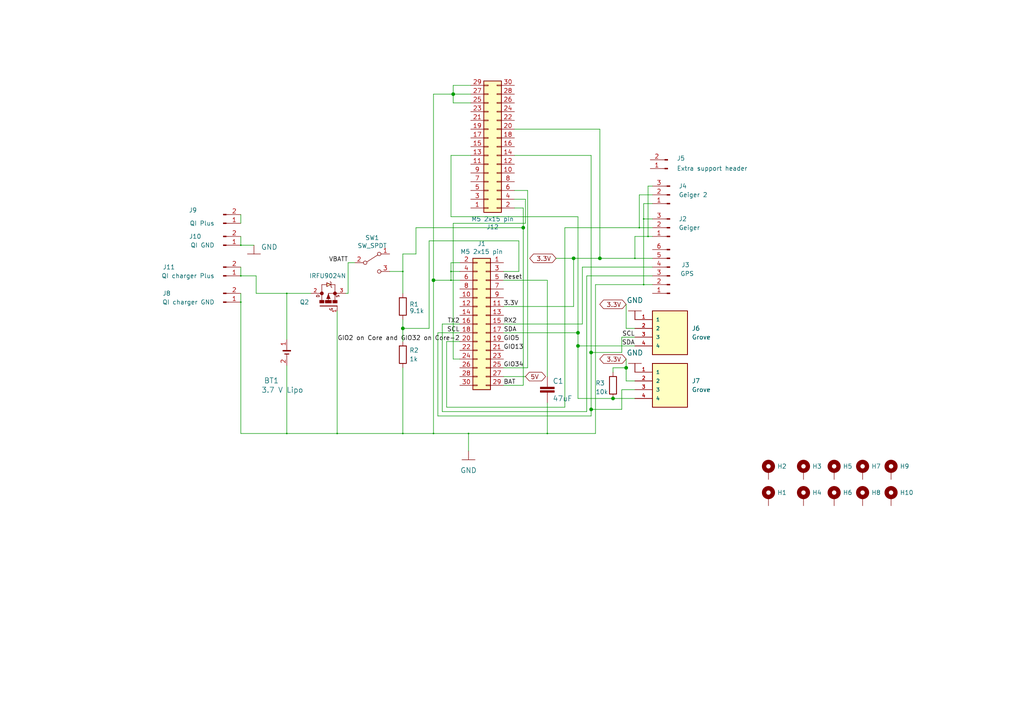
<source format=kicad_sch>
(kicad_sch (version 20230409) (generator eeschema)
  (paper "A4")
  (title_block (title "bGeigieZen V2.1.2") (date "2022-03-31") (rev "V2.1.2") (company "GitHub link at https://github.com/Safecast/bGeigieZen"))
  (lib_symbols
    (symbol "110990030:110990030" (pin_names (offset 1.016))
      (property "Reference" "J" (at -5.08 5.842 0))
      (property "Value" "110990030" (at -5.08 -8.382 0))
      (symbol "110990030_0_0"
        (rectangle (start -5.08 -7.62) (end 5.08 5.08) (stroke (width 0.254)) (fill (type background)))
        (pin passive line (at -10.16 2.54 0) (length 5.08) (name "1") (number "1"))
        (pin passive line (at -10.16 0 0) (length 5.08) (name "2") (number "2"))
        (pin passive line (at -10.16 -2.54 0) (length 5.08) (name "3") (number "3"))
        (pin passive line (at -10.16 -5.08 0) (length 5.08) (name "4") (number "4"))
      )
    )
    (symbol "Connector:Conn_01x02_Male" (pin_names hide)
      (property "Reference" "J" (at 0 2.54 0))
      (property "Value" "Conn_01x02_Male" (at 0 -5.08 0))
      (symbol "Conn_01x02_Male_1_1"
        (polyline (pts (xy 1.27 -2.54) (xy 0.8636 -2.54)))
        (polyline (pts (xy 1.27 0) (xy 0.8636 0)))
        (rectangle (start 0.8636 -2.413) (end 0 -2.667) (fill (type outline)))
        (rectangle (start 0.8636 0.127) (end 0 -0.127) (fill (type outline)))
        (pin passive line (at 5.08 0 180) (length 3.81) (name "Pin_1") (number "1"))
        (pin passive line (at 5.08 -2.54 180) (length 3.81) (name "Pin_2") (number "2"))
      )
    )
    (symbol "Connector:Conn_01x02_Male_1" (pin_names (offset 1.016) hide)
      (property "Reference" "J" (at 0 2.54 0))
      (property "Value" "Conn_01x02_Male" (at 0 -5.08 0))
      (symbol "Conn_01x02_Male_1_1_1"
        (polyline (pts (xy 1.27 -2.54) (xy 0.8636 -2.54)) (stroke (width 0.1524)))
        (polyline (pts (xy 1.27 0) (xy 0.8636 0)) (stroke (width 0.1524)))
        (rectangle (start 0.8636 -2.413) (end 0 -2.667) (stroke (width 0.1524)) (fill (type outline)))
        (rectangle (start 0.8636 0.127) (end 0 -0.127) (stroke (width 0.1524)) (fill (type outline)))
        (pin passive line (at 5.08 0 180) (length 3.81) (name "Pin_1") (number "1"))
        (pin passive line (at 5.08 -2.54 180) (length 3.81) (name "Pin_2") (number "2"))
      )
    )
    (symbol "Connector:Conn_01x03_Male" (pin_names hide)
      (property "Reference" "J" (at 0 5.08 0))
      (property "Value" "Conn_01x03_Male" (at 0 -5.08 0))
      (symbol "Conn_01x03_Male_1_1"
        (polyline (pts (xy 1.27 -2.54) (xy 0.8636 -2.54)) (stroke (width 0.1524)))
        (polyline (pts (xy 1.27 0) (xy 0.8636 0)) (stroke (width 0.1524)))
        (polyline (pts (xy 1.27 2.54) (xy 0.8636 2.54)) (stroke (width 0.1524)))
        (rectangle (start 0.8636 -2.413) (end 0 -2.667) (stroke (width 0.1524)) (fill (type outline)))
        (rectangle (start 0.8636 0.127) (end 0 -0.127) (stroke (width 0.1524)) (fill (type outline)))
        (rectangle (start 0.8636 2.667) (end 0 2.413) (stroke (width 0.1524)) (fill (type outline)))
        (pin passive line (at 5.08 2.54 180) (length 3.81) (name "Pin_1") (number "1"))
        (pin passive line (at 5.08 0 180) (length 3.81) (name "Pin_2") (number "2"))
        (pin passive line (at 5.08 -2.54 180) (length 3.81) (name "Pin_3") (number "3"))
      )
    )
    (symbol "Connector:Conn_01x06_Male" (pin_names (offset 1.016) hide)
      (property "Reference" "J" (at 0 7.62 0))
      (property "Value" "Conn_01x06_Male" (at 0 -10.16 0))
      (symbol "Conn_01x06_Male_1_1"
        (polyline (pts (xy 1.27 -7.62) (xy 0.8636 -7.62)) (stroke (width 0.1524)))
        (polyline (pts (xy 1.27 -5.08) (xy 0.8636 -5.08)) (stroke (width 0.1524)))
        (polyline (pts (xy 1.27 -2.54) (xy 0.8636 -2.54)) (stroke (width 0.1524)))
        (polyline (pts (xy 1.27 0) (xy 0.8636 0)) (stroke (width 0.1524)))
        (polyline (pts (xy 1.27 2.54) (xy 0.8636 2.54)) (stroke (width 0.1524)))
        (polyline (pts (xy 1.27 5.08) (xy 0.8636 5.08)) (stroke (width 0.1524)))
        (rectangle (start 0.8636 -7.493) (end 0 -7.747) (stroke (width 0.1524)) (fill (type outline)))
        (rectangle (start 0.8636 -4.953) (end 0 -5.207) (stroke (width 0.1524)) (fill (type outline)))
        (rectangle (start 0.8636 -2.413) (end 0 -2.667) (stroke (width 0.1524)) (fill (type outline)))
        (rectangle (start 0.8636 0.127) (end 0 -0.127) (stroke (width 0.1524)) (fill (type outline)))
        (rectangle (start 0.8636 2.667) (end 0 2.413) (stroke (width 0.1524)) (fill (type outline)))
        (rectangle (start 0.8636 5.207) (end 0 4.953) (stroke (width 0.1524)) (fill (type outline)))
        (pin passive line (at 5.08 5.08 180) (length 3.81) (name "Pin_1") (number "1"))
        (pin passive line (at 5.08 2.54 180) (length 3.81) (name "Pin_2") (number "2"))
        (pin passive line (at 5.08 0 180) (length 3.81) (name "Pin_3") (number "3"))
        (pin passive line (at 5.08 -2.54 180) (length 3.81) (name "Pin_4") (number "4"))
        (pin passive line (at 5.08 -5.08 180) (length 3.81) (name "Pin_5") (number "5"))
        (pin passive line (at 5.08 -7.62 180) (length 3.81) (name "Pin_6") (number "6"))
      )
    )
    (symbol "Connector_Generic:Conn_02x15_Odd_Even" (pin_names hide)
      (property "Reference" "J" (at 1.27 20.32 0))
      (property "Value" "Conn_02x15_Odd_Even" (at 1.27 -20.32 0))
      (symbol "Conn_02x15_Odd_Even_1_1"
        (rectangle (start -1.27 -17.653) (end 0 -17.907))
        (rectangle (start -1.27 -15.113) (end 0 -15.367))
        (rectangle (start -1.27 -12.573) (end 0 -12.827))
        (rectangle (start -1.27 -10.033) (end 0 -10.287))
        (rectangle (start -1.27 -7.493) (end 0 -7.747))
        (rectangle (start -1.27 -4.953) (end 0 -5.207))
        (rectangle (start -1.27 -2.413) (end 0 -2.667))
        (rectangle (start -1.27 0.127) (end 0 -0.127))
        (rectangle (start -1.27 2.667) (end 0 2.413))
        (rectangle (start -1.27 5.207) (end 0 4.953))
        (rectangle (start -1.27 7.747) (end 0 7.493))
        (rectangle (start -1.27 10.287) (end 0 10.033))
        (rectangle (start -1.27 12.827) (end 0 12.573))
        (rectangle (start -1.27 15.367) (end 0 15.113))
        (rectangle (start -1.27 17.907) (end 0 17.653))
        (rectangle (start -1.27 19.05) (end 3.81 -19.05) (stroke (width 0.254)) (fill (type background)))
        (rectangle (start 3.81 -17.653) (end 2.54 -17.907))
        (rectangle (start 3.81 -15.113) (end 2.54 -15.367))
        (rectangle (start 3.81 -12.573) (end 2.54 -12.827))
        (rectangle (start 3.81 -10.033) (end 2.54 -10.287))
        (rectangle (start 3.81 -7.493) (end 2.54 -7.747))
        (rectangle (start 3.81 -4.953) (end 2.54 -5.207))
        (rectangle (start 3.81 -2.413) (end 2.54 -2.667))
        (rectangle (start 3.81 0.127) (end 2.54 -0.127))
        (rectangle (start 3.81 2.667) (end 2.54 2.413))
        (rectangle (start 3.81 5.207) (end 2.54 4.953))
        (rectangle (start 3.81 7.747) (end 2.54 7.493))
        (rectangle (start 3.81 10.287) (end 2.54 10.033))
        (rectangle (start 3.81 12.827) (end 2.54 12.573))
        (rectangle (start 3.81 15.367) (end 2.54 15.113))
        (rectangle (start 3.81 17.907) (end 2.54 17.653))
        (pin passive line (at -5.08 17.78 0) (length 3.81) (name "Pin_1") (number "1"))
        (pin passive line (at 7.62 7.62 180) (length 3.81) (name "Pin_10") (number "10"))
        (pin passive line (at -5.08 5.08 0) (length 3.81) (name "Pin_11") (number "11"))
        (pin passive line (at 7.62 5.08 180) (length 3.81) (name "Pin_12") (number "12"))
        (pin passive line (at -5.08 2.54 0) (length 3.81) (name "Pin_13") (number "13"))
        (pin passive line (at 7.62 2.54 180) (length 3.81) (name "Pin_14") (number "14"))
        (pin passive line (at -5.08 0 0) (length 3.81) (name "Pin_15") (number "15"))
        (pin passive line (at 7.62 0 180) (length 3.81) (name "Pin_16") (number "16"))
        (pin passive line (at -5.08 -2.54 0) (length 3.81) (name "Pin_17") (number "17"))
        (pin passive line (at 7.62 -2.54 180) (length 3.81) (name "Pin_18") (number "18"))
        (pin passive line (at -5.08 -5.08 0) (length 3.81) (name "Pin_19") (number "19"))
        (pin passive line (at 7.62 17.78 180) (length 3.81) (name "Pin_2") (number "2"))
        (pin passive line (at 7.62 -5.08 180) (length 3.81) (name "Pin_20") (number "20"))
        (pin passive line (at -5.08 -7.62 0) (length 3.81) (name "Pin_21") (number "21"))
        (pin passive line (at 7.62 -7.62 180) (length 3.81) (name "Pin_22") (number "22"))
        (pin passive line (at -5.08 -10.16 0) (length 3.81) (name "Pin_23") (number "23"))
        (pin passive line (at 7.62 -10.16 180) (length 3.81) (name "Pin_24") (number "24"))
        (pin passive line (at -5.08 -12.7 0) (length 3.81) (name "Pin_25") (number "25"))
        (pin passive line (at 7.62 -12.7 180) (length 3.81) (name "Pin_26") (number "26"))
        (pin passive line (at -5.08 -15.24 0) (length 3.81) (name "Pin_27") (number "27"))
        (pin passive line (at 7.62 -15.24 180) (length 3.81) (name "Pin_28") (number "28"))
        (pin passive line (at -5.08 -17.78 0) (length 3.81) (name "Pin_29") (number "29"))
        (pin passive line (at -5.08 15.24 0) (length 3.81) (name "Pin_3") (number "3"))
        (pin passive line (at 7.62 -17.78 180) (length 3.81) (name "Pin_30") (number "30"))
        (pin passive line (at 7.62 15.24 180) (length 3.81) (name "Pin_4") (number "4"))
        (pin passive line (at -5.08 12.7 0) (length 3.81) (name "Pin_5") (number "5"))
        (pin passive line (at 7.62 12.7 180) (length 3.81) (name "Pin_6") (number "6"))
        (pin passive line (at -5.08 10.16 0) (length 3.81) (name "Pin_7") (number "7"))
        (pin passive line (at 7.62 10.16 180) (length 3.81) (name "Pin_8") (number "8"))
        (pin passive line (at -5.08 7.62 0) (length 3.81) (name "Pin_9") (number "9"))
      )
    )
    (symbol "Device:R" (pin_numbers hide) (pin_names (offset 0))
      (property "Reference" "R" (at 2.032 0 90))
      (property "Value" "R" (at 0 0 90))
      (symbol "R_0_1"
        (rectangle (start -1.016 -2.54) (end 1.016 2.54) (stroke (width 0.254)))
      )
      (symbol "R_1_1"
        (pin passive line (at 0 3.81 270) (length 1.27) (name "~") (number "1"))
        (pin passive line (at 0 -3.81 90) (length 1.27) (name "~") (number "2"))
      )
    )
    (symbol "IRFR9024:IRFR9024" (pin_names (offset 1.016))
      (property "Reference" "Q2" (at 0 6.9534 90))
      (property "Value" "IRFR9024" (at 10.795 -0.4253 90))
      (symbol "IRFR9024_0_0"
        (rectangle (start -0.254 -2.54) (end 0.508 -1.27) (fill (type outline)))
        (rectangle (start -0.254 -0.889) (end 0.508 0.889) (fill (type outline)))
        (rectangle (start -0.254 1.27) (end 0.508 2.54) (fill (type outline)))
        (polyline (pts (xy -1.1176 -2.54) (xy -2.54 -2.54)) (stroke (width 0.1524)))
        (polyline (pts (xy -1.1176 2.413) (xy -1.1176 -2.54)) (stroke (width 0.254)))
        (polyline (pts (xy 0.508 -1.905) (xy 2.54 -1.905)) (stroke (width 0.1524)))
        (polyline (pts (xy 1.016 -0.508) (xy 2.286 0)) (stroke (width 0.1524)))
        (polyline (pts (xy 1.016 0.508) (xy 1.016 -0.508)) (stroke (width 0.1524)))
        (polyline (pts (xy 1.143 -0.254) (xy 2.032 0)) (stroke (width 0.3048)))
        (polyline (pts (xy 1.143 0) (xy 0.254 0)) (stroke (width 0.1524)))
        (polyline (pts (xy 1.143 0) (xy 1.397 0)) (stroke (width 0.3048)))
        (polyline (pts (xy 1.143 0.254) (xy 1.143 0)) (stroke (width 0.3048)))
        (polyline (pts (xy 2.032 0) (xy 1.143 0.254)) (stroke (width 0.3048)))
        (polyline (pts (xy 2.2352 0) (xy 2.54 0)) (stroke (width 0.1524)))
        (polyline (pts (xy 2.286 0) (xy 1.016 0.508)) (stroke (width 0.1524)))
        (polyline (pts (xy 2.54 -1.905) (xy 2.54 -2.54)) (stroke (width 0.1524)))
        (polyline (pts (xy 2.54 0) (xy 2.54 -1.905)) (stroke (width 0.1524)))
        (polyline (pts (xy 2.54 1.905) (xy 0.5334 1.905)) (stroke (width 0.1524)))
        (polyline (pts (xy 2.54 1.905) (xy 5.08 1.905)) (stroke (width 0.1524)))
        (polyline (pts (xy 2.54 2.54) (xy 2.54 1.905)) (stroke (width 0.1524)))
        (polyline (pts (xy 4.445 -0.762) (xy 4.191 -1.016)) (stroke (width 0.1524)))
        (polyline (pts (xy 4.5212 0.4826) (xy 5.08 -0.762)) (stroke (width 0.1524)))
        (polyline (pts (xy 5.08 -1.905) (xy 2.54 -1.905)) (stroke (width 0.1524)))
        (polyline (pts (xy 5.08 -1.905) (xy 5.08 -0.762)) (stroke (width 0.1524)))
        (polyline (pts (xy 5.08 -0.762) (xy 4.445 -0.762)) (stroke (width 0.1524)))
        (polyline (pts (xy 5.08 -0.762) (xy 5.6388 0.4826)) (stroke (width 0.1524)))
        (polyline (pts (xy 5.08 0.4826) (xy 4.5212 0.4826)) (stroke (width 0.1524)))
        (polyline (pts (xy 5.08 0.4826) (xy 5.08 1.905)) (stroke (width 0.1524)))
        (polyline (pts (xy 5.6388 0.4826) (xy 5.08 0.4826)) (stroke (width 0.1524)))
        (polyline (pts (xy 5.715 -0.762) (xy 5.08 -0.762)) (stroke (width 0.1524)))
        (polyline (pts (xy 5.715 -0.762) (xy 5.969 -0.508)) (stroke (width 0.1524)))
        (polyline (pts (xy 5.08 -0.635) (xy 5.5626 0.4064) (xy 4.5974 0.4064)) (stroke (width 0.1524)) (fill (type background)))
        (circle (center 2.54 -1.905) (radius 0.127) (stroke (width 0.4064)))
        (circle (center 2.54 1.905) (radius 0.127) (stroke (width 0.4064)))
        (text "D" (at 1.27 2.54 0) (effects (font (size 0.8128 0.8128)) (justify left bottom)))
        (text "G" (at -2.54 -1.27 0) (effects (font (size 0.8128 0.8128)) (justify left bottom)))
        (text "S" (at 1.27 -3.175 0) (effects (font (size 0.8128 0.8128)) (justify left bottom)))
        (pin passive line (at -2.54 -2.54 0) (length 0) (name "~") (number "1"))
        (pin passive line (at 2.54 5.08 270) (length 2.54) (name "~") (number "2"))
        (pin passive line (at 2.54 -5.08 90) (length 2.54) (name "~") (number "3"))
      )
    )
    (symbol "Mechanical:MountingHole_Pad" (pin_numbers hide) (pin_names hide)
      (property "Reference" "H" (at 0 6.35 0))
      (property "Value" "MountingHole_Pad" (at 0 4.445 0))
      (symbol "MountingHole_Pad_0_1"
        (circle (center 0 1.27) (radius 1.27) (stroke (width 1.27)))
      )
      (symbol "MountingHole_Pad_1_1"
        (pin input line (at 0 -2.54 90) (length 2.54) (name "1") (number "1"))
      )
    )
    (symbol "Switch:SW_SPDT" (pin_names (offset 0) hide)
      (property "Reference" "SW1" (at 0 7.239 0))
      (property "Value" "SW_SPDT" (at 0 4.9276 0))
      (symbol "SW_SPDT_0_0"
        (circle (center -2.032 0) (radius 0.508))
        (circle (center 2.032 -2.54) (radius 0.508))
      )
      (symbol "SW_SPDT_0_1"
        (polyline (pts (xy -1.524 0.254) (xy 1.651 2.286)))
        (circle (center 2.032 2.54) (radius 0.508))
      )
      (symbol "SW_SPDT_1_1"
        (pin passive line (at 5.08 2.54 180) (length 2.54) (name "A") (number "1"))
        (pin passive line (at -5.08 0 0) (length 2.54) (name "B") (number "2"))
        (pin passive line (at 5.08 -2.54 180) (length 2.54) (name "C") (number "3"))
      )
    )
    (symbol "bGeigieRaku-V2-rescue:BATTERY-akizuki-M5_board-rescue" (pin_names hide)
      (property "Reference" "BT" (at 0 -7.62 0))
      (property "Value" "BATTERY-akizuki-M5_board-rescue" (at 0 6.35 0))
      (symbol "BATTERY-akizuki-M5_board-rescue_0_1"
        (rectangle (start -1.143 0.635) (end 1.143 0.381) (fill (type outline)))
        (rectangle (start -0.635 -0.381) (end 0.635 -0.508))
        (polyline (pts (xy 0 -0.508) (xy 0 -1.27)))
        (polyline (pts (xy 0 1.27) (xy 0 0.635)))
      )
      (symbol "BATTERY-akizuki-M5_board-rescue_1_1"
        (pin input line (at 0 3.81 270) (length 2.54) (name "+") (number "1"))
        (pin input line (at 0 -3.81 90) (length 2.54) (name "-") (number "2"))
      )
    )
    (symbol "bGeigieRaku-V2-rescue:GND-bGeigieNano_V1.1.5" (power)
      (property "Value" "GND-bGeigieNano_V1.1.5" (at 0 -0.254 0))
      (symbol "GND-bGeigieNano_V1.1.5_1_0"
        (polyline (pts (xy -1.905 0) (xy 1.905 0)))
        (pin power_in line (at 0 2.54 270) (length 2.54) (name "GND") (number "1"))
      )
    )
    (symbol "bGeigieRaku-V2-rescue:bGeigieNano_V1.1.5-eagle-import_C-EU025-024X044-bGeigieNano_V1.1.5-cache"
      (property "Reference" "C" (at 1.524 0.381 0))
      (property "Value" "bGeigieNano_V1.1.5-eagle-import_C-EU025-024X044-bGeigieNano_V1.1.5-cache" (at 1.524 -4.699 0))
      (symbol "bGeigieNano_V1.1.5-eagle-import_C-EU025-024X044-bGeigieNano_V1.1.5-cache_1_0"
        (rectangle (start -2.032 -2.032) (end 2.032 -1.524) (fill (type outline)))
        (rectangle (start -2.032 -1.016) (end 2.032 -0.508) (fill (type outline)))
        (polyline (pts (xy 0 -2.54) (xy 0 -2.032)))
        (polyline (pts (xy 0 0) (xy 0 -0.508)))
        (pin passive line (at 0 2.54 270) (length 2.54) (name "1") (number "1"))
        (pin passive line (at 0 -5.08 90) (length 2.54) (name "2") (number "2"))
      )
    )
  )
  (junction (at 83.185 125.73) (diameter 0.3048))
  (junction (at 116.84 78.74) (diameter 0.3048))
  (junction (at 125.73 125.73) (diameter 0.3048))
  (junction (at 97.79 125.73) (diameter 0.3048))
  (junction (at 69.85 87.63) (diameter 0.3048))
  (junction (at 181.61 106.68))
  (junction (at 186.69 82.55) (diameter 0.3048))
  (junction (at 166.37 74.93))
  (junction (at 177.8 115.57))
  (junction (at 171.45 102.235))
  (junction (at 130.81 81.28) (diameter 0.3048))
  (junction (at 83.185 85.09) (diameter 0.3048))
  (junction (at 186.69 63.5) (diameter 0.3048))
  (junction (at 185.42 66.04) (diameter 0.3048))
  (junction (at 167.64 100.33))
  (junction (at 69.85 71.12) (diameter 0.3048))
  (junction (at 116.84 125.73) (diameter 0.3048))
  (junction (at 184.15 74.93) (diameter 0.3048))
  (junction (at 158.75 125.73) (diameter 0.3048))
  (junction (at 167.64 96.52))
  (junction (at 69.85 80.01) (diameter 0.3048))
  (junction (at 187.96 68.58) (diameter 0.3048))
  (junction (at 125.73 81.28))
  (junction (at 116.84 95.25))
  (junction (at 135.89 125.73) (diameter 0.3048))
  (junction (at 151.765 66.04))
  (junction (at 131.445 27.305))
  (junction (at 173.99 74.93))
  (junction (at 171.45 118.745))
  (junction (at 130.81 78.74) (diameter 0.3048))
  (wire (pts (xy 127 96.52) (xy 133.35 96.52)))
  (wire (pts (xy 127 120.65) (xy 127 96.52)))
  (wire (pts (xy 186.69 59.055) (xy 189.23 59.055)))
  (wire (pts (xy 177.8 107.95) (xy 177.8 106.68)))
  (wire (pts (xy 74.295 85.09) (xy 83.185 85.09)))
  (wire (pts (xy 186.69 82.55) (xy 172.72 82.55)))
  (wire (pts (xy 177.8 115.57) (xy 167.64 115.57)))
  (wire (pts (xy 184.15 95.25) (xy 181.61 95.25)))
  (wire (pts (xy 130.81 78.74) (xy 133.35 78.74)))
  (wire (pts (xy 69.85 87.63) (xy 69.85 125.73)))
  (wire (pts (xy 152.4 57.785) (xy 149.225 57.785)))
  (wire (pts (xy 152.4 64.77) (xy 152.4 57.785)))
  (wire (pts (xy 135.89 125.73) (xy 135.89 130.81)))
  (wire (pts (xy 167.64 115.57) (xy 167.64 100.33)))
  (wire (pts (xy 124.46 69.85) (xy 150.495 69.85)))
  (wire (pts (xy 97.79 125.73) (xy 116.84 125.73)))
  (wire (pts (xy 172.72 125.73) (xy 158.75 125.73)))
  (wire (pts (xy 177.8 106.68) (xy 181.61 106.68)))
  (wire (pts (xy 131.445 29.845) (xy 131.445 27.305)))
  (wire (pts (xy 153.035 55.245) (xy 153.035 106.68)))
  (wire (pts (xy 83.185 125.73) (xy 83.185 106.045)))
  (wire (pts (xy 83.185 125.73) (xy 97.79 125.73)))
  (wire (pts (xy 146.05 109.22) (xy 152.4 109.22)))
  (wire (pts (xy 151.765 111.76) (xy 146.05 111.76)))
  (wire (pts (xy 130.81 81.28) (xy 133.35 81.28)))
  (wire (pts (xy 167.64 62.865) (xy 167.64 96.52)))
  (wire (pts (xy 161.29 74.93) (xy 166.37 74.93)))
  (wire (pts (xy 116.84 95.25) (xy 116.84 99.06)))
  (wire (pts (xy 189.23 66.04) (xy 185.42 66.04)))
  (wire (pts (xy 150.495 69.85) (xy 150.495 78.74)))
  (wire (pts (xy 116.84 92.71) (xy 116.84 95.25)))
  (wire (pts (xy 131.445 24.765) (xy 131.445 27.305)))
  (wire (pts (xy 130.81 78.74) (xy 130.81 76.2)))
  (wire (pts (xy 100.965 76.2) (xy 102.87 76.2)))
  (wire (pts (xy 69.85 71.12) (xy 73.66 71.12)))
  (wire (pts (xy 180.34 113.03) (xy 184.15 113.03)))
  (wire (pts (xy 170.18 119.38) (xy 128.27 119.38)))
  (wire (pts (xy 168.91 93.98) (xy 146.05 93.98)))
  (wire (pts (xy 125.73 125.73) (xy 125.73 81.28)))
  (wire (pts (xy 129.54 118.11) (xy 163.83 118.11)))
  (wire (pts (xy 128.27 93.98) (xy 133.35 93.98)))
  (wire (pts (xy 116.84 73.66) (xy 116.84 78.74)))
  (wire (pts (xy 116.84 78.74) (xy 116.84 85.09)))
  (wire (pts (xy 186.69 82.55) (xy 186.69 63.5)))
  (wire (pts (xy 116.84 73.66) (xy 120.65 73.66)))
  (wire (pts (xy 184.15 74.93) (xy 184.15 68.58)))
  (wire (pts (xy 158.75 125.73) (xy 135.89 125.73)))
  (wire (pts (xy 146.05 78.74) (xy 150.495 78.74)))
  (wire (pts (xy 125.73 125.73) (xy 135.89 125.73)))
  (wire (pts (xy 83.185 85.09) (xy 90.17 85.09)))
  (wire (pts (xy 187.96 53.975) (xy 187.96 68.58)))
  (wire (pts (xy 181.61 110.49) (xy 181.61 106.68)))
  (wire (pts (xy 158.75 81.28) (xy 158.75 109.22)))
  (wire (pts (xy 133.35 104.14) (xy 131.445 104.14)))
  (wire (pts (xy 131.445 24.765) (xy 136.525 24.765)))
  (wire (pts (xy 146.05 81.28) (xy 158.75 81.28)))
  (wire (pts (xy 129.54 118.11) (xy 129.54 99.06)))
  (wire (pts (xy 124.46 69.85) (xy 124.46 95.25)))
  (wire (pts (xy 69.85 68.58) (xy 69.85 71.12)))
  (wire (pts (xy 69.85 62.23) (xy 69.85 64.77)))
  (wire (pts (xy 163.83 66.04) (xy 185.42 66.04)))
  (wire (pts (xy 167.64 100.33) (xy 167.64 96.52)))
  (wire (pts (xy 171.45 118.745) (xy 171.45 120.65)))
  (wire (pts (xy 69.85 77.47) (xy 69.85 80.01)))
  (wire (pts (xy 130.81 81.28) (xy 130.81 78.74)))
  (wire (pts (xy 124.46 95.25) (xy 116.84 95.25)))
  (wire (pts (xy 125.73 81.28) (xy 130.81 81.28)))
  (wire (pts (xy 149.225 37.465) (xy 173.99 37.465)))
  (wire (pts (xy 149.225 60.325) (xy 151.765 60.325)))
  (wire (pts (xy 180.34 97.79) (xy 184.15 97.79)))
  (wire (pts (xy 113.03 78.74) (xy 116.84 78.74)))
  (wire (pts (xy 131.445 104.14) (xy 131.445 64.77)))
  (wire (pts (xy 173.99 37.465) (xy 173.99 74.93)))
  (wire (pts (xy 170.18 80.01) (xy 170.18 119.38)))
  (wire (pts (xy 189.23 77.47) (xy 168.91 77.47)))
  (wire (pts (xy 181.61 106.68) (xy 181.61 104.14)))
  (wire (pts (xy 69.85 125.73) (xy 83.185 125.73)))
  (wire (pts (xy 149.225 55.245) (xy 153.035 55.245)))
  (wire (pts (xy 184.15 115.57) (xy 177.8 115.57)))
  (wire (pts (xy 185.42 56.515) (xy 185.42 66.04)))
  (wire (pts (xy 189.23 56.515) (xy 185.42 56.515)))
  (wire (pts (xy 149.225 45.085) (xy 171.45 45.085)))
  (wire (pts (xy 69.85 85.09) (xy 69.85 87.63)))
  (wire (pts (xy 146.05 88.9) (xy 166.37 88.9)))
  (wire (pts (xy 151.765 60.325) (xy 151.765 66.04)))
  (wire (pts (xy 136.525 29.845) (xy 131.445 29.845)))
  (wire (pts (xy 163.83 66.04) (xy 163.83 118.11)))
  (wire (pts (xy 180.34 102.235) (xy 180.34 97.79)))
  (wire (pts (xy 131.445 64.77) (xy 152.4 64.77)))
  (wire (pts (xy 172.72 82.55) (xy 172.72 125.73)))
  (wire (pts (xy 120.65 73.66) (xy 120.65 66.04)))
  (wire (pts (xy 181.61 110.49) (xy 184.15 110.49)))
  (wire (pts (xy 74.295 80.01) (xy 74.295 85.09)))
  (wire (pts (xy 131.445 27.305) (xy 136.525 27.305)))
  (wire (pts (xy 97.79 90.17) (xy 97.79 125.73)))
  (wire (pts (xy 151.765 66.04) (xy 151.765 111.76)))
  (wire (pts (xy 180.34 118.745) (xy 171.45 118.745)))
  (wire (pts (xy 130.81 76.2) (xy 133.35 76.2)))
  (wire (pts (xy 187.96 53.975) (xy 189.23 53.975)))
  (wire (pts (xy 189.23 82.55) (xy 186.69 82.55)))
  (wire (pts (xy 128.27 119.38) (xy 128.27 93.98)))
  (wire (pts (xy 125.73 27.305) (xy 131.445 27.305)))
  (wire (pts (xy 168.91 77.47) (xy 168.91 93.98)))
  (wire (pts (xy 184.15 68.58) (xy 187.96 68.58)))
  (wire (pts (xy 187.96 68.58) (xy 189.23 68.58)))
  (wire (pts (xy 129.54 99.06) (xy 133.35 99.06)))
  (wire (pts (xy 125.73 27.305) (xy 125.73 81.28)))
  (wire (pts (xy 180.34 113.03) (xy 180.34 118.745)))
  (wire (pts (xy 69.85 80.01) (xy 74.295 80.01)))
  (wire (pts (xy 100.33 85.09) (xy 100.965 85.09)))
  (wire (pts (xy 100.965 76.2) (xy 100.965 85.09)))
  (wire (pts (xy 130.81 62.865) (xy 167.64 62.865)))
  (wire (pts (xy 171.45 102.235) (xy 180.34 102.235)))
  (wire (pts (xy 116.84 125.73) (xy 125.73 125.73)))
  (wire (pts (xy 173.99 74.93) (xy 184.15 74.93)))
  (wire (pts (xy 186.69 63.5) (xy 186.69 59.055)))
  (wire (pts (xy 171.45 102.235) (xy 171.45 118.745)))
  (wire (pts (xy 166.37 74.93) (xy 173.99 74.93)))
  (wire (pts (xy 130.81 45.085) (xy 130.81 62.865)))
  (wire (pts (xy 116.84 106.68) (xy 116.84 125.73)))
  (wire (pts (xy 181.61 88.265) (xy 181.61 95.25)))
  (wire (pts (xy 167.64 100.33) (xy 184.15 100.33)))
  (wire (pts (xy 166.37 74.93) (xy 166.37 88.9)))
  (wire (pts (xy 184.15 74.93) (xy 189.23 74.93)))
  (wire (pts (xy 189.23 80.01) (xy 170.18 80.01)))
  (wire (pts (xy 146.05 96.52) (xy 167.64 96.52)))
  (wire (pts (xy 146.05 106.68) (xy 153.035 106.68)))
  (wire (pts (xy 171.45 120.65) (xy 127 120.65)))
  (wire (pts (xy 186.69 63.5) (xy 189.23 63.5)))
  (wire (pts (xy 158.75 116.84) (xy 158.75 125.73)))
  (wire (pts (xy 83.185 98.425) (xy 83.185 85.09)))
  (wire (pts (xy 120.65 66.04) (xy 151.765 66.04)))
  (wire (pts (xy 136.525 45.085) (xy 130.81 45.085)))
  (wire (pts (xy 171.45 45.085) (xy 171.45 102.235)))
  (label "SDA" (at 149.86 96.52 0))
  (label "TX2" (at 133.35 93.98 0))
  (label "VBATT" (at 100.965 76.2 0))
  (label "GIO13" (at 146.05 101.6 0))
  (label "GIO34" (at 146.05 106.68 0))
  (label "Reset" (at 146.05 81.28 0))
  (label "GIO2 on Core and GIO32 on Core-2" (at 133.35 99.06 0))
  (label "3.3V" (at 146.05 88.9 0))
  (label "SCL" (at 184.15 97.79 0))
  (label "SCL" (at 133.35 96.52 0))
  (label "GIO5" (at 146.05 99.06 0))
  (label "BAT" (at 146.05 111.76 0))
  (label "RX2" (at 146.05 93.98 0))
  (label "SDA" (at 184.15 100.33 0))
  (global_label "3.3V" (shape bidirectional) (at 181.61 104.14 180) (property "Intersheetrefs" "${INTERSHEET_REFS}" (effects hide)))
  (global_label "3.3V" (shape bidirectional) (at 181.61 88.265 180) (property "Intersheetrefs" "${INTERSHEET_REFS}" (effects hide)))
  (global_label "3.3V" (shape bidirectional) (at 161.29 74.93 180) (property "Intersheetrefs" "${INTERSHEET_REFS}" (effects hide)))
  (global_label "5V" (shape bidirectional) (at 152.4 109.22 0) (property "Intersheetrefs" "${INTERSHEET_REFS}" (effects hide)))
  (symbol (lib_id "Connector_Generic:Conn_02x15_Odd_Even") (at 140.97 93.98 0) (mirror y) (unit 1)
    (property "Reference" "J1" (at 139.7 70.6882 0))
    (property "Value" "M5 2x15 pin" (at 139.7 72.9996 0))
    (property "Footprint" "Connector_PinHeader_2.54mm:PinHeader_2x15_P2.54mm_Vertical_SMD" (effects hide))
    (property "Datasheet" "Hirosugi Instruments: PSM-4200233-15" (effects hide))
  )
  (symbol (lib_id "bGeigieRaku-V2-rescue:BATTERY-akizuki-M5_board-rescue") (at 83.185 102.235 0) (unit 1)
    (property "Reference" "BT1" (at 76.5302 110.3884 0) (effects (font (size 1.524 1.524)) (justify left)))
    (property "Value" " 3.7 V Lipo" (at 74.6252 113.1062 0) (effects (font (size 1.524 1.524)) (justify left)))
    (property "Footprint" "Library:BATTERY_18650-HOLDER" (effects hide))
  )
  (symbol (lib_id "Connector:Conn_01x06_Male") (at 194.31 80.01 180) (unit 1)
    (property "Reference" "J3" (at 200.025 76.835 0) (effects (justify left)))
    (property "Value" "GPS" (at 201.295 79.375 0) (effects (justify left)))
    (property "Footprint" "Connector_PinSocket_2.54mm:PinSocket_1x06_P2.54mm_Vertical" (effects hide))
  )
  (symbol (lib_id "Switch:SW_SPDT") (at 107.95 76.2 0) (unit 1)
    (property "Reference" "SW1" (at 107.95 68.961 0))
    (property "Value" "SW_SPDT" (at 107.95 71.2724 0))
    (property "Footprint" "bGeigieNanoKit V1.1r5a:EG1206" (effects hide))
    (property "Datasheet" "https://www.digikey.jp/product-detail/ja/e-switch/EG1206/EG1916-ND/251333" (effects hide))
  )
  (symbol (lib_id "Connector:Conn_01x03_Male") (at 194.31 66.04 180) (unit 1)
    (property "Reference" "J2" (at 196.85 63.5 0) (effects (justify right)))
    (property "Value" "Geiger" (at 196.85 66.04 0) (effects (justify right)))
    (property "Footprint" "Connector_PinHeader_2.54mm:PinHeader_1x03_P2.54mm_Vertical" (effects hide))
  )
  (symbol (lib_id "bGeigieRaku-V2-rescue:GND-bGeigieNano_V1.1.5") (at 135.89 133.35 0) (unit 1)
    (property "Reference" "#GND01" (effects hide))
    (property "Value" "GND" (at 135.89 136.4234 0) (effects (font (size 1.4986 1.4986))))
  )
  (symbol (lib_id "bGeigieRaku-V2-rescue:bGeigieNano_V1.1.5-eagle-import_C-EU025-024X044-bGeigieNano_V1.1.5-cache") (at 158.75 111.76 0) (unit 1)
    (property "Reference" "C1" (at 160.274 111.379 0) (effects (font (size 1.4986 1.4986)) (justify left bottom)))
    (property "Value" "47uF" (at 160.274 116.459 0) (effects (font (size 1.4986 1.4986)) (justify left bottom)))
    (property "Footprint" "bGeigieNano V1.1.5:C025-024X044" (effects hide))
  )
  (symbol (lib_id "Connector:Conn_01x02_Male") (at 64.77 87.63 0) (mirror x) (unit 1)
    (property "Reference" "J8" (at 49.53 85.09 0) (effects (justify right)))
    (property "Value" "QI charger GND" (at 62.23 87.63 0) (effects (justify right)))
    (property "Footprint" "Connector_PinHeader_2.54mm:PinHeader_1x02_P2.54mm_Vertical" (effects hide))
  )
  (symbol (lib_id "Connector:Conn_01x02_Male") (at 64.77 80.01 0) (mirror x) (unit 1)
    (property "Reference" "J11" (at 50.8 77.47 0) (effects (justify right)))
    (property "Value" "QI charger Plus" (at 62.23 80.01 0) (effects (justify right)))
    (property "Footprint" "Connector_PinHeader_2.54mm:PinHeader_1x02_P2.54mm_Vertical" (effects hide))
  )
  (symbol (lib_id "Connector:Conn_01x02_Male") (at 64.77 71.12 0) (mirror x) (unit 1)
    (property "Reference" "J10" (at 58.42 68.58 0) (effects (justify right)))
    (property "Value" "QI GND" (at 62.23 71.12 0) (effects (justify right)))
    (property "Footprint" "Connector_PinHeader_2.54mm:PinHeader_1x02_P2.54mm_Vertical" (effects hide))
  )
  (symbol (lib_id "Connector:Conn_01x02_Male") (at 64.77 64.77 0) (mirror x) (unit 1)
    (property "Reference" "J9" (at 57.15 60.96 0) (effects (justify right)))
    (property "Value" "QI Plus" (at 62.23 64.77 0) (effects (justify right)))
    (property "Footprint" "Connector_PinHeader_2.54mm:PinHeader_1x02_P2.54mm_Vertical" (effects hide))
  )
  (symbol (lib_id "Mechanical:MountingHole_Pad") (at 222.885 136.525 0) (unit 1)
    (property "Reference" "H2" (at 225.425 135.255 0) (effects (justify left)))
    (property "Value" "MountingHole_Pad" (effects hide))
    (property "Footprint" "MountingHole:MountingHole_3.2mm_M3" (effects hide))
  )
  (symbol (lib_id "Mechanical:MountingHole_Pad") (at 233.045 144.145 0) (unit 1)
    (property "Reference" "H4" (at 235.585 142.875 0) (effects (justify left)))
    (property "Value" "MountingHole_Pad" (effects hide))
    (property "Footprint" "MountingHole:MountingHole_3.2mm_M3" (effects hide))
  )
  (symbol (lib_id "Device:R") (at 116.84 102.87 0) (unit 1)
    (property "Reference" "R2" (at 118.745 101.6 0) (effects (justify left)))
    (property "Value" "1k" (at 118.745 104.14 0) (effects (justify left)))
    (property "Footprint" "bGeigieNano V1.1.5:0207_10" (effects hide))
  )
  (symbol (lib_id "Mechanical:MountingHole_Pad") (at 258.445 144.145 0) (unit 1)
    (property "Reference" "H10" (at 260.985 142.875 0) (effects (justify left)))
    (property "Value" "MountingHole_Pad" (effects hide))
    (property "Footprint" "MountingHole:MountingHole_3.2mm_M3" (effects hide))
  )
  (symbol (lib_id "Mechanical:MountingHole_Pad") (at 250.19 144.145 0) (unit 1)
    (property "Reference" "H8" (at 252.73 142.875 0) (effects (justify left)))
    (property "Value" "MountingHole_Pad" (effects hide))
    (property "Footprint" "MountingHole:MountingHole_3.2mm_M3" (effects hide))
  )
  (symbol (lib_id "Mechanical:MountingHole_Pad") (at 241.935 144.145 0) (unit 1)
    (property "Reference" "H6" (at 244.475 142.875 0) (effects (justify left)))
    (property "Value" "MountingHole_Pad" (effects hide))
    (property "Footprint" "MountingHole:MountingHole_3.2mm_M3" (effects hide))
  )
  (symbol (lib_id "Connector:Conn_01x03_Male") (at 194.31 56.515 180) (unit 1)
    (property "Reference" "J4" (at 196.85 53.975 0) (effects (justify right)))
    (property "Value" "Geiger 2" (at 196.85 56.515 0) (effects (justify right)))
    (property "Footprint" "Connector_PinHeader_2.54mm:PinHeader_1x03_P2.54mm_Vertical" (effects hide))
  )
  (symbol (lib_id "bGeigieRaku-V2-rescue:GND-bGeigieNano_V1.1.5") (at 184.15 105.41 180) (unit 1)
    (property "Reference" "#GND0103" (effects hide))
    (property "Value" "GND" (at 184.15 102.3366 0) (effects (font (size 1.4986 1.4986))))
  )
  (symbol (lib_id "Device:R") (at 177.8 111.76 0) (unit 1)
    (property "Reference" "R3" (at 172.72 111.125 0) (effects (justify left)))
    (property "Value" "10k" (at 172.72 113.665 0) (effects (justify left)))
    (property "Footprint" "bGeigieRaku_M5_1015:0207_10" (effects hide))
  )
  (symbol (lib_id "bGeigieRaku-V2-rescue:GND-bGeigieNano_V1.1.5") (at 73.66 73.66 0) (unit 1)
    (property "Reference" "#GND0101" (effects hide))
    (property "Value" "GND" (at 78.105 71.6534 0) (effects (font (size 1.4986 1.4986))))
  )
  (symbol (lib_id "bGeigieRaku-V2-rescue:GND-bGeigieNano_V1.1.5") (at 184.15 90.17 180) (unit 1)
    (property "Reference" "#GND0102" (effects hide))
    (property "Value" "GND" (at 184.15 87.0966 0) (effects (font (size 1.4986 1.4986))))
  )
  (symbol (lib_id "Connector_Generic:Conn_02x15_Odd_Even") (at 141.605 42.545 0) (mirror x) (unit 1)
    (property "Reference" "J12" (at 142.875 65.8368 0))
    (property "Value" "M5 2x15 pin" (at 142.875 63.5254 0))
    (property "Footprint" "Connector_PinSocket_2.54mm:PinSocket_2x15_P2.54mm_Vertical_SMD" (effects hide))
    (property "Datasheet" "Hirosugi Instruments: PSM-4200233-15" (effects hide))
  )
  (symbol (lib_id "110990030:110990030") (at 194.31 110.49 0) (unit 1)
    (property "Reference" "J7" (at 200.66 110.4899 0) (effects (justify left)))
    (property "Value" "Grove" (at 200.66 113.0299 0) (effects (justify left)))
    (property "Footprint" "Connector_JST:JST_ACH_BM04B-ACHSS-A-GAN-ETF_1x04-1MP_P1.20mm_Vertical" (effects hide))
    (property "PARTREV" "A" (effects hide))
    (property "STANDARD" "Manufacturer Recommendations" (effects hide))
    (property "MAXIMUM_PACKAGE_HEIGHT" "8.1mm" (effects hide))
    (property "MANUFACTURER" "Seeed Technology" (effects hide))
  )
  (symbol (lib_id "Mechanical:MountingHole_Pad") (at 250.19 136.525 0) (unit 1)
    (property "Reference" "H7" (at 252.73 135.255 0) (effects (justify left)))
    (property "Value" "MountingHole_Pad" (effects hide))
    (property "Footprint" "MountingHole:MountingHole_3.2mm_M3" (effects hide))
  )
  (symbol (lib_id "110990030:110990030") (at 194.31 95.25 0) (unit 1)
    (property "Reference" "J6" (at 200.66 95.2499 0) (effects (justify left)))
    (property "Value" "Grove" (at 200.66 97.7899 0) (effects (justify left)))
    (property "Footprint" "Connector_JST:JST_ACH_BM04B-ACHSS-A-GAN-ETF_1x04-1MP_P1.20mm_Vertical" (effects hide))
    (property "PARTREV" "A" (effects hide))
    (property "STANDARD" "Manufacturer Recommendations" (effects hide))
    (property "MAXIMUM_PACKAGE_HEIGHT" "8.1mm" (effects hide))
    (property "MANUFACTURER" "Seeed Technology" (effects hide))
  )
  (symbol (lib_id "Mechanical:MountingHole_Pad") (at 258.445 136.525 0) (unit 1)
    (property "Reference" "H9" (at 260.985 135.255 0) (effects (justify left)))
    (property "Value" "MountingHole_Pad" (effects hide))
    (property "Footprint" "MountingHole:MountingHole_3.2mm_M3" (effects hide))
  )
  (symbol (lib_name "Connector:Conn_01x02_Male_1") (lib_id "Connector:Conn_01x02_Male") (at 193.675 48.895 180) (unit 1)
    (property "Reference" "J5" (at 196.2913 45.9168 0) (effects (justify right)))
    (property "Value" "Extra support header" (at 196.2913 48.8505 0) (effects (justify right)))
    (property "Footprint" "Connector_PinHeader_2.54mm:PinHeader_1x02_P2.54mm_Vertical" (effects hide))
  )
  (symbol (lib_id "IRFR9024:IRFR9024") (at 95.25 87.63 90) (unit 1)
    (property "Reference" "Q2" (at 88.2966 87.63 90))
    (property "Value" " IRFU9024N " (at 95.0403 80.01 90))
    (property "Footprint" "Package_TO_SOT_THT:TO-251-3_Vertical" (effects hide))
    (property "Datasheet" "https://www.mouser.com/ProductDetail/Vishay-Semiconductors/IRFU9020PBF?qs=I1ZA2VTqfvQJclILIq0u%2FA%3D%3Dhttps://www.amazon.co.jp/-/en/IRFU9024N-IRFU9024-FU9024N-FU9024-251/dp/B07WK88H47/ref=sr_1_4?crid=2LURFHW8NV2NQ&keywords=IRFU9024N+TO-251+p-channel&qid=1648292406&sprefix=irfu9024n+to-251+p-channel%2Caps%2C338&sr=8-4" (effects hide))
  )
  (symbol (lib_id "Device:R") (at 116.84 88.9 0) (unit 1)
    (property "Reference" "R1" (at 118.745 88.265 0) (effects (justify left)))
    (property "Value" "9.1k" (at 118.745 90.17 0) (effects (justify left)))
    (property "Footprint" "bGeigieNano V1.1.5:0207_10" (effects hide))
  )
  (symbol (lib_id "Mechanical:MountingHole_Pad") (at 233.045 136.525 0) (unit 1)
    (property "Reference" "H3" (at 235.585 135.255 0) (effects (justify left)))
    (property "Value" "MountingHole_Pad" (effects hide))
    (property "Footprint" "MountingHole:MountingHole_3.2mm_M3" (effects hide))
  )
  (symbol (lib_id "Mechanical:MountingHole_Pad") (at 241.935 136.525 0) (unit 1)
    (property "Reference" "H5" (at 244.475 135.255 0) (effects (justify left)))
    (property "Value" "MountingHole_Pad" (effects hide))
    (property "Footprint" "MountingHole:MountingHole_3.2mm_M3" (effects hide))
  )
  (symbol (lib_id "Mechanical:MountingHole_Pad") (at 222.885 144.145 0) (unit 1)
    (property "Reference" "H1" (at 225.425 142.875 0) (effects (justify left)))
    (property "Value" "MountingHole_Pad" (effects hide))
    (property "Footprint" "MountingHole:MountingHole_3.2mm_M3" (effects hide))
  )
)
</source>
